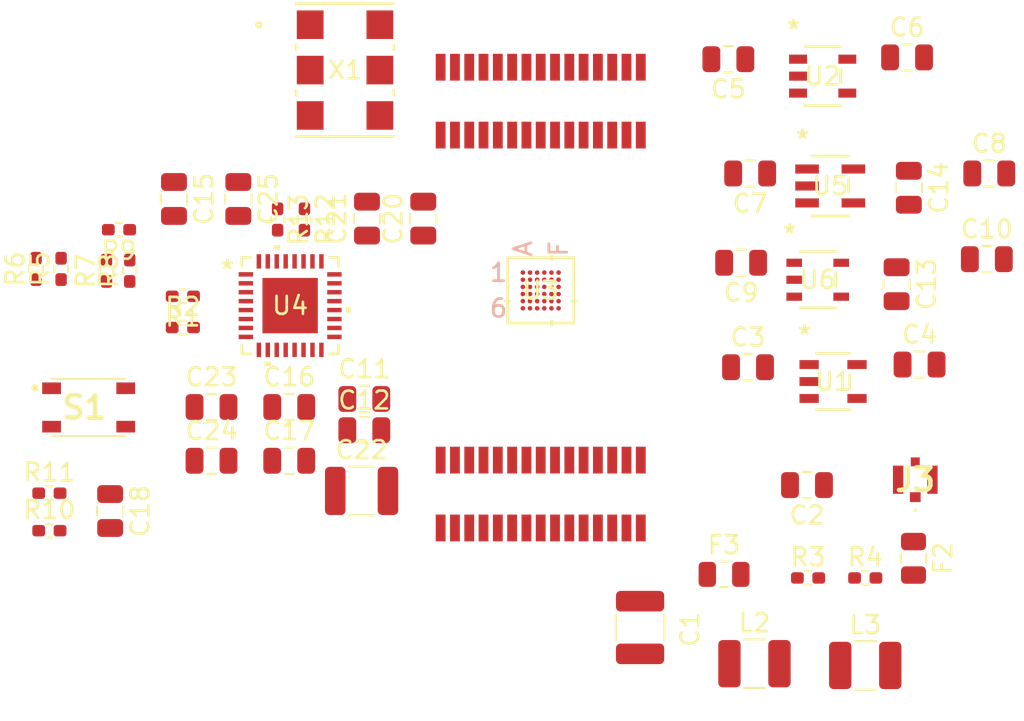
<source format=kicad_pcb>
(kicad_pcb (version 20221018) (generator pcbnew)
  (layers (0 "F.Cu" signal) (31 "B.Cu" signal) (34 "B.Paste" user) (35 "F.Paste" user) (36 "B.SilkS" user "B.Silkscreen") (37 "F.SilkS" user "F.Silkscreen") (38 "B.Mask" user) (39 "F.Mask" user) (44 "Edge.Cuts" user))
  (net 0 "")
  (net 1 "+5VD")
  (net 2 "G")
  (net 3 "Net-(J3-SIGNAL)")
  (net 4 "/DOUT+")
  (net 5 "+5V")
  (net 6 "VDC")
  (net 7 "+1V8")
  (net 8 "+1V2")
  (net 9 "+3.3V")
  (net 10 "Net-(U6-BYP)")
  (net 11 "Net-(C14-Pad2)")
  (net 12 "Net-(U4-PDB)")
  (net 13 "Net-(F2-Pad2)")
  (net 14 "Net-(F3-Pad1)")
  (net 15 "/MODE_1")
  (net 16 "/SER_B7")
  (net 17 "/SER_B5")
  (net 18 "/SER_B4")
  (net 19 "/SER_B6")
  (net 20 "/SER_CLK_1")
  (net 21 "/MODE_0")
  (net 22 "/\\SPI_CS")
  (net 23 "/SPI_DATA")
  (net 24 "/SPI_CLK")
  (net 25 "/PB_0")
  (net 26 "/M0_B")
  (net 27 "/M1_B")
  (net 28 "/PB_1")
  (net 29 "/SER_CLK_0")
  (net 30 "/SER_B1")
  (net 31 "/SER_B3")
  (net 32 "/SCLK")
  (net 33 "/OSC_CLK")
  (net 34 "/SER_B2")
  (net 35 "/SER_B0")
  (net 36 "/\\DAC_CS")
  (net 37 "/DAC_SCK")
  (net 38 "/DAC_SDI")
  (net 39 "Net-(L2-Pad2)")
  (net 40 "Net-(U4-MODE)")
  (net 41 "Net-(U4-ID[X])")
  (net 42 "Net-(U4-SDA)")
  (net 43 "Net-(R7-Pad2)")
  (net 44 "Net-(U4-SCL)")
  (net 48 "/CLK_100")
  (net 50 "/CLK_51_2")
  (net 53 "/CLK_25_6")
  (net 55 "/SDA_SER")
  (net 60 "/SCL_SER")
  (net 66 "GND")
  (net 78 "Net-(U4-DIN[8])")
  (net 79 "Net-(U4-DIN[9])")
  (footprint "Capacitor_SMD:C_1210_3225Metric" (layer "F.Cu") (at 159.86 106.975 -90)
    (fp_text reference "C1" (at 0.1 -2.8 90) (layer "F.SilkS"))
    (fp_text value "47uF")
    (pad "1" smd roundrect (at -1.475 0 270) (size 1.15 2.7) (layers "F.Cu" "F.Paste" "F.Mask") (roundrect_rratio 0.217391) (net 1 "+5VD"))
    (pad "2" smd roundrect (at 1.475 0 270) (size 1.15 2.7) (layers "F.Cu" "F.Paste" "F.Mask") (roundrect_rratio 0.217391) (net 2 "G"))
  )
  (footprint "Capacitor_SMD:C_0805_2012Metric" (layer "F.Cu") (at 144.427402 94.177401)
    (fp_text reference "C11" (at 0 -1.68) (layer "F.SilkS"))
    (fp_text value "1uF")
    (pad "1" smd roundrect (at -0.95 0) (size 1 1.45) (layers "F.Cu" "F.Paste" "F.Mask") (net 7 "+1V8"))
    (pad "2" smd roundrect (at 0.95 0) (size 1 1.45) (layers "F.Cu" "F.Paste" "F.Mask") (net 2 "G"))
  )
  (footprint "Capacitor_SMD:C_0805_2012Metric" (layer "F.Cu") (at 169.2 99 180)
    (fp_text reference "C2" (at 0 -1.68) (layer "F.SilkS"))
    (fp_text value "0.1uF")
    (pad "1" smd roundrect (at -0.95 0 180) (size 1 1.45) (layers "F.Cu" "F.Paste" "F.Mask") (net 3 "Net-(J3-SIGNAL)"))
    (pad "2" smd roundrect (at 0.95 0 180) (size 1 1.45) (layers "F.Cu" "F.Paste" "F.Mask") (net 4 "/DOUT+"))
  )
  (footprint "Fuse:Fuse_0805_2012Metric" (layer "F.Cu") (at 164.56 104)
    (fp_text reference "F3" (at 0 -1.65) (layer "F.SilkS"))
    (fp_text value "1000 ohm")
    (pad "1" smd roundrect (at -0.9375 0) (size 0.975 1.4) (layers "F.Cu" "F.Paste" "F.Mask") (net 14 "Net-(F3-Pad1)"))
    (pad "2" smd roundrect (at 0.9375 0) (size 0.975 1.4) (layers "F.Cu" "F.Paste" "F.Mask") (net 1 "+5VD"))
  )
  (footprint "FDM_footprints:J524653071_Board2Board" (layer "F.Cu") (at 154.3 77.5 -90)
    (fp_text reference "J6" hide)
    (fp_text value "MOLEX-524653071" hide)
    (pad "1" smd rect (at -1.9 -5.6 90) (size 1.5 0.55) (layers "F.Cu" "F.Paste" "F.Mask") (net 2 "G"))
    (pad "2" smd rect (at -1.9 -4.8 90) (size 1.5 0.55) (layers "F.Cu" "F.Paste" "F.Mask"))
    (pad "3" smd rect (at -1.9 -4 90) (size 1.5 0.55) (layers "F.Cu" "F.Paste" "F.Mask"))
    (pad "4" smd rect (at -1.9 -3.2 90) (size 1.5 0.55) (layers "F.Cu" "F.Paste" "F.Mask"))
    (pad "5" smd rect (at -1.9 -2.4 90) (size 1.5 0.55) (layers "F.Cu" "F.Paste" "F.Mask"))
    (pad "6" smd rect (at -1.9 -1.6 90) (size 1.5 0.55) (layers "F.Cu" "F.Paste" "F.Mask"))
    (pad "7" smd rect (at -1.9 -0.8 90) (size 1.5 0.55) (layers "F.Cu" "F.Paste" "F.Mask") (net 2 "G"))
    (pad "8" smd rect (at -1.9 0 90) (size 1.5 0.55) (layers "F.Cu" "F.Paste" "F.Mask") (net 2 "G"))
    (pad "9" smd rect (at -1.9 0.8 90) (size 1.5 0.55) (layers "F.Cu" "F.Paste" "F.Mask"))
    (pad "10" smd rect (at -1.9 1.59999 90) (size 1.5 0.55) (layers "F.Cu" "F.Paste" "F.Mask"))
    (pad "11" smd rect (at -1.9 2.4 90) (size 1.5 0.55) (layers "F.Cu" "F.Paste" "F.Mask"))
    (pad "12" smd rect (at -1.9 3.19999 90) (size 1.5 0.55) (layers "F.Cu" "F.Paste" "F.Mask"))
    (pad "13" smd rect (at -1.9 4 90) (size 1.5 0.55) (layers "F.Cu" "F.Paste" "F.Mask"))
    (pad "14" smd rect (at -1.9 4.8 90) (size 1.5 0.55) (layers "F.Cu" "F.Paste" "F.Mask"))
    (pad "15" smd rect (at -1.9 5.6 90) (size 1.5 0.55) (layers "F.Cu" "F.Paste" "F.Mask") (net 2 "G"))
    (pad "16" smd rect (at 1.9 5.6 90) (size 1.5 0.55) (layers "F.Cu" "F.Paste" "F.Mask") (net 2 "G"))
    (pad "17" smd rect (at 1.9 4.8 90) (size 1.5 0.55) (layers "F.Cu" "F.Paste" "F.Mask") (net 15 "/MODE_1"))
    (pad "18" smd rect (at 1.9 4 90) (size 1.5 0.55) (layers "F.Cu" "F.Paste" "F.Mask") (net 16 "/SER_B7"))
    (pad "19" smd rect (at 1.9 3.19999 90) (size 1.5 0.55) (layers "F.Cu" "F.Paste" "F.Mask") (net 17 "/SER_B5"))
    (pad "20" smd rect (at 1.9 2.4 90) (size 1.5 0.55) (layers "F.Cu" "F.Paste" "F.Mask") (net 18 "/SER_B4"))
    (pad "21" smd rect (at 1.9 1.59999 90) (size 1.5 0.55) (layers "F.Cu" "F.Paste" "F.Mask") (net 19 "/SER_B6"))
    (pad "22" smd rect (at 1.9 0.8 90) (size 1.5 0.55) (layers "F.Cu" "F.Paste" "F.Mask") (net 20 "/SER_CLK_1"))
    (pad "23" smd rect (at 1.9 0 90) (size 1.5 0.55) (layers "F.Cu" "F.Paste" "F.Mask") (net 2 "G"))
    (pad "24" smd rect (at 1.9 -0.8 90) (size 1.5 0.55) (layers "F.Cu" "F.Paste" "F.Mask") (net 2 "G"))
    (pad "25" smd rect (at 1.9 -1.6 90) (size 1.5 0.55) (layers "F.Cu" "F.Paste" "F.Mask") (net 21 "/MODE_0"))
    (pad "26" smd rect (at 1.9 -2.4 90) (size 1.5 0.55) (layers "F.Cu" "F.Paste" "F.Mask") (net 22 "/\\SPI_CS"))
    (pad "27" smd rect (at 1.9 -3.2 90) (size 1.5 0.55) (layers "F.Cu" "F.Paste" "F.Mask") (net 2 "G"))
    (pad "28" smd rect (at 1.9 -4 90) (size 1.5 0.55) (layers "F.Cu" "F.Paste" "F.Mask") (net 23 "/SPI_DATA"))
    (pad "29" smd rect (at 1.9 -4.8 90) (size 1.5 0.55) (layers "F.Cu" "F.Paste" "F.Mask") (net 24 "/SPI_CLK"))
    (pad "30" smd rect (at 1.9 -5.6 90) (size 1.5 0.55) (layers "F.Cu" "F.Paste" "F.Mask") (net 2 "G"))
  )
  (footprint "Resistor_SMD:R_0402_1005Metric_Pad0.72x0.64mm_HandSolder" (layer "F.Cu") (at 139.577402 84.127401 -90)
    (fp_text reference "R13" (at 0 -1.17 90) (layer "F.SilkS"))
    (fp_text value "0")
    (pad "1" smd roundrect (at -0.5975 0 270) (size 0.715 0.64) (layers "F.Cu" "F.Paste" "F.Mask") (net 29 "/SER_CLK_0"))
    (pad "2" smd roundrect (at 0.5975 0 270) (size 0.715 0.64) (layers "F.Cu" "F.Paste" "F.Mask") (net 79 "Net-(U4-DIN[9])"))
  )
  (footprint "Capacitor_SMD:C_0805_2012Metric" (layer "F.Cu") (at 174.21445 87.750001 -90)
    (fp_text reference "C13" (at 0 -1.68 90) (layer "F.SilkS"))
    (fp_text value "0.01uF")
    (pad "1" smd roundrect (at -0.95 0 270) (size 1 1.45) (layers "F.Cu" "F.Paste" "F.Mask") (net 9 "+3.3V"))
    (pad "2" smd roundrect (at 0.95 0 270) (size 1 1.45) (layers "F.Cu" "F.Paste" "F.Mask") (net 10 "Net-(U6-BYP)"))
  )
  (footprint "Capacitor_SMD:C_0805_2012Metric" (layer "F.Cu") (at 147.727402 84.077401 90)
    (fp_text reference "C20" (at 0 -1.68 90) (layer "F.SilkS"))
    (fp_text value "1uF")
    (pad "1" smd roundrect (at -0.95 0 90) (size 1 1.45) (layers "F.Cu" "F.Paste" "F.Mask") (net 7 "+1V8"))
    (pad "2" smd roundrect (at 0.95 0 90) (size 1 1.45) (layers "F.Cu" "F.Paste" "F.Mask") (net 2 "G"))
  )
  (footprint "llibreria_ser:EG-2121CA_EPS" (layer "F.Cu") (at 143.350001 75.76)
    (fp_text reference "X1" (at 0 0 unlocked) (layer "F.SilkS"))
    (fp_text value "EG-2102CA 100.0000M-PHPAL3")
    (pad "1" smd rect (at -1.950001 -2.54) (size 1.4986 1.6002) (layers "F.Cu" "F.Paste" "F.Mask") (net 9 "+3.3V"))
    (pad "2" smd rect (at -1.950001 0) (size 1.4986 1.6002) (layers "F.Cu" "F.Paste" "F.Mask"))
    (pad "3" smd rect (at -1.950001 2.54) (size 1.4986 1.6002) (layers "F.Cu" "F.Paste" "F.Mask") (net 2 "G"))
    (pad "4" smd rect (at 1.950001 2.54) (size 1.4986 1.6002) (layers "F.Cu" "F.Paste" "F.Mask") (net 48 "/CLK_100"))
    (pad "5" smd rect (at 1.950001 0) (size 1.4986 1.6002) (layers "F.Cu" "F.Paste" "F.Mask"))
    (pad "6" smd rect (at 1.950001 -2.54) (size 1.4986 1.6002) (layers "F.Cu" "F.Paste" "F.Mask") (net 9 "+3.3V"))
  )
  (footprint "Capacitor_SMD:C_0805_2012Metric" (layer "F.Cu") (at 144.577402 84.077401 90)
    (fp_text reference "C21" (at 0 -1.68 90) (layer "F.SilkS"))
    (fp_text value "0.1uF")
    (pad "1" smd roundrect (at -0.95 0 90) (size 1 1.45) (layers "F.Cu" "F.Paste" "F.Mask") (net 7 "+1V8"))
    (pad "2" smd roundrect (at 0.95 0 90) (size 1 1.45) (layers "F.Cu" "F.Paste" "F.Mask") (net 2 "G"))
  )
  (footprint "Resistor_SMD:R_0402_1005Metric_Pad0.72x0.64mm_HandSolder" (layer "F.Cu") (at 134.274902 90.177401)
    (fp_text reference "R2" (at 0 -1.17) (layer "F.SilkS"))
    (fp_text value "100k")
    (pad "1" smd roundrect (at -0.5975 0) (size 0.715 0.64) (layers "F.Cu" "F.Paste" "F.Mask") (net 2 "G"))
    (pad "2" smd roundrect (at 0.5975 0) (size 0.715 0.64) (layers "F.Cu" "F.Paste" "F.Mask") (net 40 "Net-(U4-MODE)"))
  )
  (footprint "llibreria_ser:SOT-23-5_MC_MCH" (layer "F.Cu") (at 170.5 82.25)
    (fp_text reference "U5" (at 0 0 unlocked) (layer "F.SilkS"))
    (fp_text value "TC2015-1.8VCTTR")
    (fp_text user "*" (at -1.5494 -2.601) (layer "F.SilkS"))
    (fp_text user "*" (at -1.5494 -2.601 unlocked) (layer "F.SilkS"))
    (pad "1" smd rect (at -1.2954 -0.950001) (size 1.3208 0.508) (layers "F.Cu" "F.Paste" "F.Mask") (net 9 "+3.3V"))
    (pad "2" smd rect (at -1.2954 0) (size 1.3208 0.508) (layers "F.Cu" "F.Paste" "F.Mask") (net 2 "G"))
    (pad "3" smd rect (at -1.2954 0.950001) (size 1.3208 0.508) (layers "F.Cu" "F.Paste" "F.Mask") (net 9 "+3.3V"))
    (pad "4" smd rect (at 1.2954 0.950001) (size 1.3208 0.508) (layers "F.Cu" "F.Paste" "F.Mask") (net 11 "Net-(C14-Pad2)"))
    (pad "5" smd rect (at 1.2954 -0.950001) (size 1.3208 0.508) (layers "F.Cu" "F.Paste" "F.Mask") (net 7 "+1V8"))
  )
  (footprint "Resistor_SMD:R_0402_1005Metric_Pad0.72x0.64mm_HandSolder" (layer "F.Cu") (at 130 86.9975 90)
    (fp_text reference "R7" (at 0 -1.17 90) (layer "F.SilkS"))
    (fp_text value "4.7k")
    (pad "1" smd roundrect (at -0.5975 0 90) (size 0.715 0.64) (layers "F.Cu" "F.Paste" "F.Mask") (net 42 "Net-(U4-SDA)"))
    (pad "2" smd roundrect (at 0.5975 0 90) (size 0.715 0.64) (layers "F.Cu" "F.Paste" "F.Mask") (net 43 "Net-(R7-Pad2)"))
  )
  (footprint "Capacitor_SMD:C_0805_2012Metric" (layer "F.Cu") (at 174.9 82.35 -90)
    (fp_text reference "C14" (at 0 -1.68 90) (layer "F.SilkS"))
    (fp_text value "0.01uF")
    (pad "1" smd roundrect (at -0.95 0 270) (size 1 1.45) (layers "F.Cu" "F.Paste" "F.Mask") (net 7 "+1V8"))
    (pad "2" smd roundrect (at 0.95 0 270) (size 1 1.45) (layers "F.Cu" "F.Paste" "F.Mask") (net 11 "Net-(C14-Pad2)"))
  )
  (footprint "llibreria_ser:VBGA&slash_WLCSP36_A0p54_INT" (layer "F.Cu") (at 154.3 88.1)
    (fp_text reference "U3" (at 0 0 unlocked) (layer "F.SilkS"))
    (fp_text value "10M02DCV36I7G")
    (fp_text user "F" (at 1 -2.3368 90 unlocked) (layer "B.SilkS"))
    (fp_text user "1" (at -2.3622 -1 unlocked) (layer "B.SilkS"))
    (fp_text user "6" (at -2.3622 1 unlocked) (layer "B.SilkS"))
    (fp_text user "A" (at -1 -2.3368 90 unlocked) (layer "B.SilkS"))
    (fp_text user "A" (at -1 -2.3368 90 unlocked) (layer "F.SilkS"))
    (fp_text user "6" (at -2.3622 1 unlocked) (layer "F.SilkS"))
    (fp_text user "F" (at 1 -2.3368 90 unlocked) (layer "F.SilkS"))
    (fp_text user "1" (at -2.3622 -1 unlocked) (layer "F.SilkS"))
    (pad "A1" smd circle (at -1 -1) (size 0.254 0.254) (layers "F.Cu" "F.Paste" "F.Mask"))
    (pad "A2" smd circle (at -1 -0.6) (size 0.254 0.254) (layers "F.Cu" "F.Paste" "F.Mask") (net 21 "/MODE_0"))
    (pad "A3" smd circle (at -1 -0.2) (size 0.254 0.254) (layers "F.Cu" "F.Paste" "F.Mask") (net 15 "/MODE_1"))
    (pad "A4" smd circle (at -1 0.2) (size 0.254 0.254) (layers "F.Cu" "F.Paste" "F.Mask"))
    (pad "A5" smd circle (at -1 0.6) (size 0.254 0.254) (layers "F.Cu" "F.Paste" "F.Mask") (net 27 "/M1_B"))
    (pad "A6" smd circle (at -1 1) (size 0.254 0.254) (layers "F.Cu" "F.Paste" "F.Mask"))
    (pad "B1" smd circle (at -0.6 -1) (size 0.254 0.254) (layers "F.Cu" "F.Paste" "F.Mask") (net 8 "+1V2"))
    (pad "B2" smd circle (at -0.6 -0.6) (size 0.254 0.254) (layers "F.Cu" "F.Paste" "F.Mask") (net 26 "/M0_B"))
    (pad "B3" smd circle (at -0.6 -0.2) (size 0.254 0.254) (layers "F.Cu" "F.Paste" "F.Mask") (net 2 "G"))
    (pad "B4" smd circle (at -0.6 0.2) (size 0.254 0.254) (layers "F.Cu" "F.Paste" "F.Mask") (net 24 "/SPI_CLK"))
    (pad "B5" smd circle (at -0.6 0.6) (size 0.254 0.254) (layers "F.Cu" "F.Paste" "F.Mask") (net 23 "/SPI_DATA"))
    (pad "B6" smd circle (at -0.6 1) (size 0.254 0.254) (layers "F.Cu" "F.Paste" "F.Mask") (net 22 "/\\SPI_CS"))
    (pad "C1" smd circle (at -0.2 -1) (size 0.254 0.254) (layers "F.Cu" "F.Paste" "F.Mask") (net 37 "/DAC_SCK"))
    (pad "C2" smd circle (at -0.2 -0.6) (size 0.254 0.254) (layers "F.Cu" "F.Paste" "F.Mask") (net 38 "/DAC_SDI"))
    (pad "C3" smd circle (at -0.2 -0.2) (size 0.254 0.254) (layers "F.Cu" "F.Paste" "F.Mask") (net 36 "/\\DAC_CS"))
    (pad "C4" smd circle (at -0.2 0.2) (size 0.254 0.254) (layers "F.Cu" "F.Paste" "F.Mask"))
    (pad "C5" smd circle (at -0.2 0.6) (size 0.254 0.254) (layers "F.Cu" "F.Paste" "F.Mask") (net 25 "/PB_0"))
    (pad "C6" smd circle (at -0.2 1) (size 0.254 0.254) (layers "F.Cu" "F.Paste" "F.Mask") (net 28 "/PB_1"))
    (pad "D1" smd circle (at 0.2 -1) (size 0.254 0.254) (layers "F.Cu" "F.Paste" "F.Mask") (net 48 "/CLK_100"))
    (pad "D2" smd circle (at 0.2 -0.6) (size 0.254 0.254) (layers "F.Cu" "F.Paste" "F.Mask") (net 50 "/CLK_51_2"))
    (pad "D3" smd circle (at 0.2 -0.2) (size 0.254 0.254) (layers "F.Cu" "F.Paste" "F.Mask") (net 53 "/CLK_25_6"))
    (pad "D4" smd circle (at 0.2 0.2) (size 0.254 0.254) (layers "F.Cu" "F.Paste" "F.Mask"))
    (pad "D5" smd circle (at 0.2 0.6) (size 0.254 0.254) (layers "F.Cu" "F.Paste" "F.Mask"))
    (pad "D6" smd circle (at 0.2 1) (size 0.254 0.254) (layers "F.Cu" "F.Paste" "F.Mask"))
    (pad "E1" smd circle (at 0.6 -1) (size 0.254 0.254) (layers "F.Cu" "F.Paste" "F.Mask"))
    (pad "E2" smd circle (at 0.6 -0.6) (size 0.254 0.254) (layers "F.Cu" "F.Paste" "F.Mask"))
    (pad "E3" smd circle (at 0.6 -0.2) (size 0.254 0.254) (layers "F.Cu" "F.Paste" "F.Mask"))
    (pad "E4" smd circle (at 0.6 0.2) (size 0.254 0.254) (layers "F.Cu" "F.Paste" "F.Mask"))
    (pad "E5" smd circle (at 0.6 0.6) (size 0.254 0.254) (layers "F.Cu" "F.Paste" "F.Mask"))
    (pad "E6" smd circle (at 0.6 1) (size 0.254 0.254) (layers "F.Cu" "F.Paste" "F.Mask"))
    (pad "F1" smd circle (at 1 -1) (size 0.254 0.254) (layers "F.Cu" "F.Paste" "F.Mask") (net 2 "G"))
    (pad "F2" smd circle (at 1 -0.6) (size 0.254 0.254) (layers "F.Cu" "F.Paste" "F.Mask"))
    (pad "F3" smd circle (at 1 -0.2) (size 0.254 0.254) (layers "F.Cu" "F.Paste" "F.Mask") (net 55 "/SDA_SER"))
    (pad "F4" smd circle (at 1 0.2) (size 0.254 0.254) (layers "F.Cu" "F.Paste" "F.Mask") (net 60 "/SCL_SER"))
    (pad "F5" smd circle (at 1 0.6) (size 0.254 0.254) (layers "F.Cu" "F.Paste" "F.Mask") (net 8 "+1V2"))
    (pad "F6" smd circle (at 1 1) (size 0.254 0.254) (layers "F.Cu" "F.Paste" "F.Mask") (net 66 "GND"))
  )
  (footprint "Capacitor_SMD:C_0805_2012Metric" (layer "F.Cu") (at 179.26445 86.350001)
    (fp_text reference "C10" (at 0 -1.68) (layer "F.SilkS"))
    (fp_text value "10uF")
    (pad "1" smd roundrect (at -0.95 0) (size 1 1.45) (layers "F.Cu" "F.Paste" "F.Mask") (net 9 "+3.3V"))
    (pad "2" smd roundrect (at 0.95 0) (size 1 1.45) (layers "F.Cu" "F.Paste" "F.Mask") (net 2 "G"))
  )
  (footprint "Capacitor_SMD:C_0805_2012Metric" (layer "F.Cu") (at 174.8 75.05)
    (fp_text reference "C6" (at 0 -1.68) (layer "F.SilkS"))
    (fp_text value "1uF")
    (pad "1" smd roundrect (at -0.95 0) (size 1 1.45) (layers "F.Cu" "F.Paste" "F.Mask") (net 8 "+1V2"))
    (pad "2" smd roundrect (at 0.95 0) (size 1 1.45) (layers "F.Cu" "F.Paste" "F.Mask") (net 2 "G"))
  )
  (footprint "llibreria_ser:05-08-1635_ADI" (layer "F.Cu") (at 169.8 87.5)
    (fp_text reference "U6" (at 0 0 unlocked) (layer "F.SilkS"))
    (fp_text value "LT1761ES5-3.3-TRPBF")
    (fp_text user "*" (at -1.56845 -2.5502) (layer "F.SilkS"))
    (fp_text user "*" (at -1.56845 -2.5502 unlocked) (layer "F.SilkS"))
    (pad "1" smd rect (at -1.31445 -0.950001) (size 0.8763 0.4572) (layers "F.Cu" "F.Paste" "F.Mask") (net 6 "VDC"))
    (pad "2" smd rect (at -1.31445 0) (size 0.8763 0.4572) (layers "F.Cu" "F.Paste" "F.Mask") (net 2 "G"))
    (pad "3" smd rect (at -1.31445 0.950001) (size 0.8763 0.4572) (layers "F.Cu" "F.Paste" "F.Mask") (net 6 "VDC"))
    (pad "4" smd rect (at 1.31445 0.950001) (size 0.8763 0.4572) (layers "F.Cu" "F.Paste" "F.Mask") (net 10 "Net-(U6-BYP)"))
    (pad "5" smd rect (at 1.31445 -0.950001) (size 0.8763 0.4572) (layers "F.Cu" "F.Paste" "F.Mask") (net 9 "+3.3V"))
  )
  (footprint "Capacitor_SMD:C_0805_2012Metric" (layer "F.Cu") (at 179.4 81.55)
    (fp_text reference "C8" (at 0 -1.68) (layer "F.SilkS"))
    (fp_text value "10uF")
    (pad "1" smd roundrect (at -0.95 0) (size 1 1.45) (layers "F.Cu" "F.Paste" "F.Mask") (net 7 "+1V8"))
    (pad "2" smd roundrect (at 0.95 0) (size 1 1.45) (layers "F.Cu" "F.Paste" "F.Mask") (net 2 "G"))
  )
  (footprint "Resistor_SMD:R_0402_1005Metric_Pad0.72x0.64mm_HandSolder" (layer "F.Cu") (at 127.46 86.895 90)
    (fp_text reference "R5" (at 0 -1.17 90) (layer "F.SilkS"))
    (fp_text value "10k")
    (pad "1" smd roundrect (at -0.5975 0 90) (size 0.715 0.64) (layers "F.Cu" "F.Paste" "F.Mask") (net 41 "Net-(U4-ID[X])"))
    (pad "2" smd roundrect (at 0.5975 0 90) (size 0.715 0.64) (layers "F.Cu" "F.Paste" "F.Mask") (net 7 "+1V8"))
  )
  (footprint "Capacitor_SMD:C_0805_2012Metric" (layer "F.Cu") (at 140.227402 94.627401)
    (fp_text reference "C16" (at 0 -1.68) (layer "F.SilkS"))
    (fp_text value "1uF")
    (pad "1" smd roundrect (at -0.95 0) (size 1 1.45) (layers "F.Cu" "F.Paste" "F.Mask") (net 7 "+1V8"))
    (pad "2" smd roundrect (at 0.95 0) (size 1 1.45) (layers "F.Cu" "F.Paste" "F.Mask") (net 2 "G"))
  )
  (footprint "Resistor_SMD:R_0402_1005Metric_Pad0.72x0.64mm_HandSolder" (layer "F.Cu") (at 126.804902 99.452401)
    (fp_text reference "R11" (at 0 -1.17) (layer "F.SilkS"))
    (fp_text value "10k")
    (pad "1" smd roundrect (at -0.5975 0) (size 0.715 0.64) (layers "F.Cu" "F.Paste" "F.Mask") (net 9 "+3.3V"))
    (pad "2" smd roundrect (at 0.5975 0) (size 0.715 0.64) (layers "F.Cu" "F.Paste" "F.Mask") (net 12 "Net-(U4-PDB)"))
  )
  (footprint "Capacitor_SMD:C_0805_2012Metric" (layer "F.Cu") (at 130.204902 100.452401 -90)
    (fp_text reference "C18" (at 0 -1.68 90) (layer "F.SilkS"))
    (fp_text value "10uF")
    (pad "1" smd roundrect (at -0.95 0 270) (size 1 1.45) (layers "F.Cu" "F.Paste" "F.Mask") (net 12 "Net-(U4-PDB)"))
    (pad "2" smd roundrect (at 0.95 0 270) (size 1 1.45) (layers "F.Cu" "F.Paste" "F.Mask") (net 2 "G"))
  )
  (footprint "Resistor_SMD:R_0402_1005Metric_Pad0.72x0.64mm_HandSolder" (layer "F.Cu") (at 130.7 84.6975 180)
    (fp_text reference "R9" (at 0 -1.17) (layer "F.SilkS"))
    (fp_text value "0")
    (pad "1" smd roundrect (at -0.5975 0 180) (size 0.715 0.64) (layers "F.Cu" "F.Paste" "F.Mask") (net 9 "+3.3V"))
    (pad "2" smd roundrect (at 0.5975 0 180) (size 0.715 0.64) (layers "F.Cu" "F.Paste" "F.Mask") (net 43 "Net-(R7-Pad2)"))
  )
  (footprint "Resistor_SMD:R_0402_1005Metric_Pad0.72x0.64mm_HandSolder" (layer "F.Cu") (at 141.077402 84.127401 -90)
    (fp_text reference "R12" (at 0 -1.17 90) (layer "F.SilkS"))
    (fp_text value "0")
    (pad "1" smd roundrect (at -0.5975 0 270) (size 0.715 0.64) (layers "F.Cu" "F.Paste" "F.Mask") (net 20 "/SER_CLK_1"))
    (pad "2" smd roundrect (at 0.5975 0 270) (size 0.715 0.64) (layers "F.Cu" "F.Paste" "F.Mask") (net 78 "Net-(U4-DIN[8])"))
  )
  (footprint "Capacitor_SMD:C_0805_2012Metric" (layer "F.Cu") (at 165.51445 86.550001 180)
    (fp_text reference "C9" (at 0 -1.68) (layer "F.SilkS"))
    (fp_text value "1uF")
    (pad "1" smd roundrect (at -0.95 0 180) (size 1 1.45) (layers "F.Cu" "F.Paste" "F.Mask") (net 6 "VDC"))
    (pad "2" smd roundrect (at 0.95 0 180) (size 1 1.45) (layers "F.Cu" "F.Paste" "F.Mask") (net 2 "G"))
  )
  (footprint "Resistor_SMD:R_0402_1005Metric_Pad0.72x0.64mm_HandSolder" (layer "F.Cu") (at 169.26 104.2)
    (fp_text reference "R3" (at 0 -1.17) (layer "F.SilkS"))
    (fp_text value "1k")
    (pad "1" smd roundrect (at -0.5975 0) (size 0.715 0.64) (layers "F.Cu" "F.Paste" "F.Mask") (net 14 "Net-(F3-Pad1)"))
    (pad "2" smd roundrect (at 0.5975 0) (size 0.715 0.64) (layers "F.Cu" "F.Paste" "F.Mask") (net 39 "Net-(L2-Pad2)"))
  )
  (footprint "llibreria_ser:PTS810SJG250SMTRLFS" (layer "F.Cu") (at 129.002402 94.652401)
    (fp_text reference "S1" (at -0.25 0) (layer "F.SilkS") (effects (font (size 1.27 1.27) (thickness 0.254))))
    (fp_text value "PTS810SJM250SMTRLFS" hide)
    (pad "1" smd rect (at -2.075 -1.075 90) (size 0.65 1.05) (layers "F.Cu" "F.Paste" "F.Mask") (net 2 "G"))
    (pad "2" smd rect (at 2.075 -1.075 90) (size 0.65 1.05) (layers "F.Cu" "F.Paste" "F.Mask") (net 12 "Net-(U4-PDB)"))
    (pad "3" smd rect (at -2.075 1.075 90) (size 0.65 1.05) (layers "F.Cu" "F.Paste" "F.Mask") (net 2 "G"))
    (pad "4" smd rect (at 2.075 1.075 90) (size 0.65 1.05) (layers "F.Cu" "F.Paste" "F.Mask") (net 12 "Net-(U4-PDB)"))
  )
  (footprint "Capacitor_SMD:C_0805_2012Metric" (layer "F.Cu") (at 140.227402 97.637401)
    (fp_text reference "C17" (at 0 -1.68) (layer "F.SilkS"))
    (fp_text value "0.1uF")
    (pad "1" smd roundrect (at -0.95 0) (size 1 1.45) (layers "F.Cu" "F.Paste" "F.Mask") (net 7 "+1V8"))
    (pad "2" smd roundrect (at 0.95 0) (size 1 1.45) (layers "F.Cu" "F.Paste" "F.Mask") (net 2 "G"))
  )
  (footprint "Inductor_SMD:L_1210_3225Metric" (layer "F.Cu") (at 166.26 109)
    (fp_text reference "L2" (at 0 -2.28) (layer "F.SilkS"))
    (fp_text value "0.1 uF")
    (pad "1" smd roundrect (at -1.4 0) (size 1.25 2.65) (layers "F.Cu" "F.Paste" "F.Mask") (roundrect_rratio 0.2) (net 14 "Net-(F3-Pad1)"))
    (pad "2" smd roundrect (at 1.4 0) (size 1.25 2.65) (layers "F.Cu" "F.Paste" "F.Mask") (roundrect_rratio 0.2) (net 39 "Net-(L2-Pad2)"))
  )
  (footprint "Resistor_SMD:R_0402_1005Metric_Pad0.72x0.64mm_HandSolder" (layer "F.Cu") (at 131.3 86.9975 90)
    (fp_text reference "R8" (at 0 -1.17 90) (layer "F.SilkS"))
    (fp_text value "4.7k")
    (pad "1" smd roundrect (at -0.5975 0 90) (size 0.715 0.64) (layers "F.Cu" "F.Paste" "F.Mask") (net 44 "Net-(U4-SCL)"))
    (pad "2" smd roundrect (at 0.5975 0 90) (size 0.715 0.64) (layers "F.Cu" "F.Paste" "F.Mask") (net 43 "Net-(R7-Pad2)"))
  )
  (footprint "llibreria_ser:RTV32_3P1X3P1_TEX" (layer "F.Cu") (at 140.277402 88.949999)
    (fp_text reference "U4" (at 0 0 unlocked) (layer "F.SilkS"))
    (fp_text value "DS90UB913ATRTVJQ1")
    (fp_text user "*" (at -3.514801 -2) (layer "F.SilkS"))
    (fp_text user "*" (at -3.514801 -2 unlocked) (layer "F.SilkS"))
    (pad "1" smd rect (at -2.477402 -1.749999 90) (size 0.2492 0.8048) (layers "F.Cu" "F.Paste" "F.Mask"))
    (pad "2" smd rect (at -2.477402 -1.25 90) (size 0.2492 0.8048) (layers "F.Cu" "F.Paste" "F.Mask"))
    (pad "3" smd rect (at -2.477402 -0.750001 90) (size 0.2492 0.8048) (layers "F.Cu" "F.Paste" "F.Mask") (net 50 "/CLK_51_2"))
    (pad "4" smd rect (at -2.477402 -0.25 90) (size 0.2492 0.8048) (layers "F.Cu" "F.Paste" "F.Mask") (net 44 "Net-(U4-SCL)"))
    (pad "5" smd rect (at -2.477402 0.25 90) (size 0.2492 0.8048) (layers "F.Cu" "F.Paste" "F.Mask") (net 42 "Net-(U4-SDA)"))
    (pad "6" smd rect (at -2.477402 0.750001 90) (size 0.2492 0.8048) (layers "F.Cu" "F.Paste" "F.Mask") (net 41 "Net-(U4-ID[X])"))
    (pad "7" smd rect (at -2.477402 1.25 90) (size 0.2492 0.8048) (layers "F.Cu" "F.Paste" "F.Mask") (net 2 "G"))
    (pad "8" smd rect (at -2.477402 1.749999 90) (size 0.2492 0.8048) (layers "F.Cu" "F.Paste" "F.Mask") (net 40 "Net-(U4-MODE)"))
    (pad "9" smd rect (at -1.749999 2.477402) (size 0.2492 0.8048) (layers "F.Cu" "F.Paste" "F.Mask") (net 12 "Net-(U4-PDB)"))
    (pad "10" smd rect (at -1.25 2.477402) (size 0.2492 0.8048) (layers "F.Cu" "F.Paste" "F.Mask") (net 7 "+1V8"))
    (pad "11" smd rect (at -0.750001 2.477402) (size 0.2492 0.8048) (layers "F.Cu" "F.Paste" "F.Mask") (net 7 "+1V8"))
    (pad "12" smd rect (at -0.25 2.477402) (size 0.2492 0.8048) (layers "F.Cu" "F.Paste" "F.Mask"))
    (pad "13" smd rect (at 0.25 2.477402) (size 0.2492 0.8048) (layers "F.Cu" "F.Paste" "F.Mask") (net 4 "/DOUT+"))
    (pad "14" smd rect (at 0.750001 2.477402) (size 0.2492 0.8048) (layers "F.Cu" "F.Paste" "F.Mask") (net 7 "+1V8"))
    (pad "15" smd rect (at 1.25 2.477402) (size 0.2492 0.8048) (layers "F.Cu" "F.Paste" "F.Mask"))
    (pad "16" smd rect (at 1.749999 2.477402) (size 0.2492 0.8048) (layers "F.Cu" "F.Paste" "F.Mask"))
    (pad "17" smd rect (at 2.477402 1.749999 90) (size 0.2492 0.8048) (layers "F.Cu" "F.Paste" "F.Mask"))
    (pad "18" smd rect (at 2.477402 1.25 90) (size 0.2492 0.8048) (layers "F.Cu" "F.Paste" "F.Mask"))
    (pad "19" smd rect (at 2.477402 0.750001 90) (size 0.2492 0.8048) (layers "F.Cu" "F.Paste" "F.Mask") (net 35 "/SER_B0"))
    (pad "20" smd rect (at 2.477402 0.25 90) (size 0.2492 0.8048) (layers "F.Cu" "F.Paste" "F.Mask") (net 30 "/SER_B1"))
    (pad "21" smd rect (at 2.477402 -0.25 90) (size 0.2492 0.8048) (layers "F.Cu" "F.Paste" "F.Mask") (net 34 "/SER_B2"))
    (pad "22" smd rect (at 2.477402 -0.750001 90) (size 0.2492 0.8048) (layers "F.Cu" "F.Paste" "F.Mask") (net 31 "/SER_B3"))
    (pad "23" smd rect (at 2.477402 -1.25 90) (size 0.2492 0.8048) (layers "F.Cu" "F.Paste" "F.Mask") (net 18 "/SER_B4"))
    (pad "24" smd rect (at 2.477402 -1.749999 90) (size 0.2492 0.8048) (layers "F.Cu" "F.Paste" "F.Mask") (net 17 "/SER_B5"))
    (pad "25" smd rect (at 1.749999 -2.477402) (size 0.2492 0.8048) (layers "F.Cu" "F.Paste" "F.Mask") (net 7 "+1V8"))
    (pad "26" smd rect (at 1.25 -2.477402) (size 0.2492 0.8048) (layers "F.Cu" "F.Paste" "F.Mask") (net 19 "/SER_B6"))
    (pad "27" smd rect (at 0.750001 -2.477402) (size 0.2492 0.8048) (layers "F.Cu" "F.Paste" "F.Mask") (net 16 "/SER_B7"))
    (pad "28" smd rect (at 0.25 -2.477402) (size 0.2492 0.8048) (layers "F.Cu" "F.Paste" "F.Mask") (net 7 "+1V8"))
    (pad "29" smd rect (at -0.25 -2.477402) (size 0.2492 0.8048) (layers "F.Cu" "F.Paste" "F.Mask") (net 78 "Net-(U4-DIN[8])"))
    (pad "30" smd rect (at -0.750001 -2.477402) (size 0.2492 0.8048) (layers "F.Cu" "F.Paste" "F.Mask") (net 79 "Net-(U4-DIN[9])"))
    (pad "31" smd rect (at -1.25 -2.477402) (size 0.2492 0.8048) (layers "F.Cu" "F.Paste" "F.Mask"))
    (pad "32" smd rect (at -1.749999 -2.477402) (size 0.2492 0.8048) (layers "F.Cu" "F.Paste" "F.Mask"))
    (pad "33" smd rect (at 0 0) (size 3.099999 3.099999) (layers "F.Cu" "F.Paste" "F.Mask") (net 2 "G"))
  )
  (footprint "llibreria_ser:CONMHF4SMDGT" (layer "F.Cu") (at 175.26 98.7)
    (fp_text reference "J3" (at 0 0) (layer "F.SilkS") (effects (font (size 1.27 1.27) (thickness 0.254))))
    (fp_text value "CONMHF4-SMD-G-T" hide)
    (pad "1" smd rect (at 0 0.975 90) (size 0.55 0.6) (layers "F.Cu" "F.Paste" "F.Mask") (net 3 "Net-(J3-SIGNAL)"))
    (pad "2" smd rect (at 0.96 0) (size 0.58 1.58) (layers "F.Cu" "F.Paste" "F.Mask") (net 2 "G"))
    (pad "3" smd rect (at 0 -1) (size 0.5 0.5) (layers "F.Cu" "F.Paste" "F.Mask") (net 2 "G"))
    (pad "4" smd rect (at -0.96 0) (size 0.58 1.58) (layers "F.Cu" "F.Paste" "F.Mask") (net 2 "G"))
  )
  (footprint "Capacitor_SMD:C_0805_2012Metric" (layer "F.Cu") (at 135.877402 97.637401)
    (fp_text reference "C24" (at 0 -1.68) (layer "F.SilkS"))
    (fp_text value "0.1uF")
    (pad "1" smd roundrect (at -0.95 0) (size 1 1.45) (layers "F.Cu" "F.Paste" "F.Mask") (net 7 "+1V8"))
    (pad "2" smd roundrect (at 0.95 0) (size 1 1.45) (layers "F.Cu" "F.Paste" "F.Mask") (net 2 "G"))
  )
  (footprint "Resistor_SMD:R_0402_1005Metric_Pad0.72x0.64mm_HandSolder" (layer "F.Cu") (at 172.46 104.2)
    (fp_text reference "R4" (at 0 -1.17) (layer "F.SilkS"))
    (fp_text value "1k")
    (pad "1" smd roundrect (at -0.5975 0) (size 0.715 0.64) (layers "F.Cu" "F.Paste" "F.Mask") (net 39 "Net-(L2-Pad2)"))
    (pad "2" smd roundrect (at 0.5975 0) (size 0.715 0.64) (layers "F.Cu" "F.Paste" "F.Mask") (net 13 "Net-(F2-Pad2)"))
  )
  (footprint "Resistor_SMD:R_0402_1005Metric_Pad0.72x0.64mm_HandSolder" (layer "F.Cu") (at 134.274902 88.427401 180)
    (fp_text reference "R1" (at 0 -1.17) (layer "F.SilkS"))
    (fp_text value "10k")
    (pad "1" smd roundrect (at -0.5975 0 180) (size 0.715 0.64) (layers "F.Cu" "F.Paste" "F.Mask") (net 40 "Net-(U4-MODE)"))
    (pad "2" smd roundrect (at 0.5975 0 180) (size 0.715 0.64) (layers "F.Cu" "F.Paste" "F.Mask") (net 7 "+1V8"))
  )
  (footprint "Fuse:Fuse_0805_2012Metric" (layer "F.Cu") (at 175.16 103.1 -90)
    (fp_text reference "F2" (at 0 -1.65 90) (layer "F.SilkS"))
    (fp_text value "1000 ohm")
    (pad "1" smd roundrect (at -0.9375 0 270) (size 0.975 1.4) (layers "F.Cu" "F.Paste" "F.Mask") (net 3 "Net-(J3-SIGNAL)"))
    (pad "2" smd roundrect (at 0.9375 0 270) (size 0.975 1.4) (layers "F.Cu" "F.Paste" "F.Mask") (net 13 "Net-(F2-Pad2)"))
  )
  (footprint "Capacitor_SMD:C_1210_3225Metric" (layer "F.Cu") (at 144.277402 99.327401)
    (fp_text reference "C22" (at 0 -2.3) (layer "F.SilkS"))
    (fp_text value "22uF")
    (pad "1" smd roundrect (at -1.475 0) (size 1.15 2.7) (layers "F.Cu" "F.Paste" "F.Mask") (roundrect_rratio 0.217391) (net 7 "+1V8"))
    (pad "2" smd roundrect (at 1.475 0) (size 1.15 2.7) (layers "F.Cu" "F.Paste" "F.Mask") (roundrect_rratio 0.217391) (net 2 "G"))
  )
  (footprint "Capacitor_SMD:C_0805_2012Metric" (layer "F.Cu") (at 165.9 92.4)
    (fp_text reference "C3" (at 0 -1.68) (layer "F.SilkS"))
    (fp_text value "1uF")
    (pad "1" smd roundrect (at -0.95 0) (size 1 1.45) (layers "F.Cu" "F.Paste" "F.Mask") (net 2 "G"))
    (pad "2" smd roundrect (at 0.95 0) (size 1 1.45) (layers "F.Cu" "F.Paste" "F.Mask") (net 5 "+5V"))
  )
  (footprint "Inductor_SMD:L_1210_3225Metric" (layer "F.Cu") (at 172.46 109.1)
    (fp_text reference "L3" (at 0 -2.28) (layer "F.SilkS"))
    (fp_text value "4.7 uF")
    (pad "1" smd roundrect (at -1.4 0) (size 1.25 2.65) (layers "F.Cu" "F.Paste" "F.Mask") (roundrect_rratio 0.2) (net 39 "Net-(L2-Pad2)"))
    (pad "2" smd roundrect (at 1.4 0) (size 1.25 2.65) (layers "F.Cu" "F.Paste" "F.Mask") (roundrect_rratio 0.2) (net 13 "Net-(F2-Pad2)"))
  )
  (footprint "llibreria_ser:UJ_5_ADI" (layer "F.Cu") (at 170.6597 93.199999)
    (fp_text reference "U1" (at 0 0 unlocked) (layer "F.SilkS"))
    (fp_text value "ADP160AUJZ-1.2-R7")
    (fp_text user "*" (at -1.5943 -2.593 unlocked) (layer "F.SilkS"))
    (fp_text user "*" (at -1.5943 -2.593) (layer "F.SilkS"))
    (pad "1" smd rect (at -1.3403 -0.950001) (size 1.0806 0.5) (layers "F.Cu" "F.Paste" "F.Mask") (net 5 "+5V"))
    (pad "2" smd rect (at -1.3403 0) (size 1.0806 0.5) (layers "F.Cu" "F.Paste" "F.Mask") (net 2 "G"))
    (pad "3" smd rect (at -1.3403 0.950001) (size 1.0806 0.5) (layers "F.Cu" "F.Paste" "F.Mask") (net 5 "+5V"))
    (pad "4" smd rect (at 1.3403 0.950001) (size 1.0806 0.5) (layers "F.Cu" "F.Paste" "F.Mask"))
    (pad "5" smd rect (at 1.3403 -0.950001) (size 1.0806 0.5) (layers "F.Cu" "F.Paste" "F.Mask") (net 6 "VDC"))
  )
  (footprint "Capacitor_SMD:C_0805_2012Metric" (layer "F.Cu") (at 144.427402 95.927401)
    (fp_text reference "C12" (at 0 -1.68) (layer "F.SilkS"))
    (fp_text value "0.1uF")
    (pad "1" smd roundrect (at -0.95 0) (size 1 1.45) (layers "F.Cu" "F.Paste" "F.Mask") (net 7 "+1V8"))
    (pad "2" smd roundrect (at 0.95 0) (size 1 1.45) (layers "F.Cu" "F.Paste" "F.Mask") (net 2 "G"))
  )
  (footprint "Capacitor_SMD:C_0805_2012Metric" (layer "F.Cu") (at 175.5 92.25)
    (fp_text reference "C4" (at 0 -1.68) (layer "F.SilkS"))
    (fp_text value "1uF")
    (pad "1" smd roundrect (at -0.95 0) (size 1 1.45) (layers "F.Cu" "F.Paste" "F.Mask") (net 6 "VDC"))
    (pad "2" smd roundrect (at 0.95 0) (size 1 1.45) (layers "F.Cu" "F.Paste" "F.Mask") (net 2 "G"))
  )
  (footprint "Capacitor_SMD:C_0805_2012Metric" (layer "F.Cu") (at 133.777402 82.977401 -90)
    (fp_text reference "C15" (at 0 -1.68 90) (layer "F.SilkS"))
    (fp_text value "1uF")
    (pad "1" smd roundrect (at -0.95 0 270) (size 1 1.45) (layers "F.Cu" "F.Paste" "F.Mask") (net 2 "G"))
    (pad "2" smd roundrect (at 0.95 0 270) (size 1 1.45) (layers "F.Cu" "F.Paste" "F.Mask") (net 7 "+1V8"))
  )
  (footprint "Capacitor_SMD:C_0805_2012Metric" (layer "F.Cu") (at 166.02 81.55 180)
    (fp_text reference "C7" (at 0 -1.68) (layer "F.SilkS"))
    (fp_text value "1uF")
    (pad "1" smd roundrect (at -0.95 0 180) (size 1 1.45) (layers "F.Cu" "F.Paste" "F.Mask") (net 9 "+3.3V"))
    (pad "2" smd roundrect (at 0.95 0 180) (size 1 1.45) (layers "F.Cu" "F.Paste" "F.Mask") (net 2 "G"))
  )
  (footprint "Resistor_SMD:R_0402_1005Metric_Pad0.72x0.64mm_HandSolder" (layer "F.Cu") (at 126.804902 101.552401)
    (fp_text reference "R10" (at 0 -1.17) (layer "F.SilkS"))
    (fp_text value "10k")
    (pad "1" smd roundrect (at -0.5975 0) (size 0.715 0.64) (layers "F.Cu" "F.Paste" "F.Mask") (net 9 "+3.3V"))
    (pad "2" smd roundrect (at 0.5975 0) (size 0.715 0.64) (layers "F.Cu" "F.Paste" "F.Mask") (net 2 "G"))
  )
  (footprint "Resistor_SMD:R_0402_1005Metric_Pad0.72x0.64mm_HandSolder" (layer "F.Cu") (at 126.06 86.895 90)
    (fp_text reference "R6" (at 0 -1.17 90) (layer "F.SilkS"))
    (fp_text value "0")
    (pad "1" smd roundrect (at -0.5975 0 90) (size 0.715 0.64) (layers "F.Cu" "F.Paste" "F.Mask") (net 41 "Net-(U4-ID[X])"))
    (pad "2" smd roundrect (at 0.5975 0 90) (size 0.715 0.64) (layers "F.Cu" "F.Paste" "F.Mask") (net 2 "G"))
  )
  (footprint "Capacitor_SMD:C_0805_2012Metric" (layer "F.Cu") (at 137.377402 82.977401 -90)
    (fp_text reference "C25" (at 0 -1.68 90) (layer "F.SilkS"))
    (fp_text value "0.1uF")
    (pad "1" smd roundrect (at -0.95 0 270) (size 1 1.45) (layers "F.Cu" "F.Paste" "F.Mask") (net 2 "G"))
    (pad "2" smd roundrect (at 0.95 0 270) (size 1 1.45) (layers "F.Cu" "F.Paste" "F.Mask") (net 7 "+1V8"))
  )
  (footprint "llibreria_ser:UJ-5_ADI" (layer "F.Cu") (at 170.07795 76.099999)
    (fp_text reference "U2" (at 0 0 unlocked) (layer "F.SilkS"))
    (fp_text value "ADP121-AUJZ12R7")
    (fp_text user "*" (at -1.63195 -2.601) (layer "F.SilkS"))
    (fp_text user "*" (at -1.63195 -2.601 unlocked) (layer "F.SilkS"))
    (pad "1" smd rect (at -1.37795 -0.950001) (size 1.0033 0.508) (layers "F.Cu" "F.Paste" "F.Mask") (net 7 "+1V8"))
    (pad "2" smd rect (at -1.37795 0) (size 1.0033 0.508) (layers "F.Cu" "F.Paste" "F.Mask") (net 2 "G"))
    (pad "3" smd rect (at -1.37795 0.950001) (size 1.0033 0.508) (layers "F.Cu" "F.Paste" "F.Mask") (net 7 "+1V8"))
    (pad "4" smd rect (at 1.37795 0.950001) (size 1.0033 0.508) (layers "F.Cu" "F.Paste" "F.Mask"))
    (pad "5" smd rect (at 1.37795 -0.950001) (size 1.0033 0.508) (layers "F.Cu" "F.Paste" "F.Mask") (net 8 "+1V2"))
  )
  (footprint "Capacitor_SMD:C_0805_2012Metric" (layer "F.Cu") (at 135.877402 94.627401)
    (fp_text reference "C23" (at 0 -1.68) (layer "F.SilkS"))
    (fp_text value "1uF")
    (pad "1" smd roundrect (at -0.95 0) (size 1 1.45) (layers "F.Cu" "F.Paste" "F.Mask") (net 7 "+1V8"))
    (pad "2" smd roundrect (at 0.95 0) (size 1 1.45) (layers "F.Cu" "F.Paste" "F.Mask") (net 2 "G"))
  )
  (footprint "FDM_footprints:J524653071_Board2Board" (layer "F.Cu") (at 154.3 99.5 -90)
    (fp_text reference "J200" hide)
    (fp_text value "MOLEX-524653071" hide)
    (pad "1" smd rect (at -1.9 -5.6 90) (size 1.5 0.55) (layers "F.Cu" "F.Paste" "F.Mask") (net 25 "/PB_0"))
    (pad "2" smd rect (at -1.9 -4.8 90) (size 1.5 0.55) (layers "F.Cu" "F.Paste" "F.Mask") (net 26 "/M0_B"))
    (pad "3" smd rect (at -1.9 -4 90) (size 1.5 0.55) (layers "F.Cu" "F.Paste" "F.Mask") (net 27 "/M1_B"))
    (pad "4" smd rect (at -1.9 -3.2 90) (size 1.5 0.55) (layers "F.Cu" "F.Paste" "F.Mask") (net 28 "/PB_1"))
    (pad "5" smd rect (at -1.9 -2.4 90) (size 1.5 0.55) (layers "F.Cu" "F.Paste" "F.Mask") (net 29 "/SER_CLK_0"))
    (pad "6" smd rect (at -1.9 -1.6 90) (size 1.5 0.55) (layers "F.Cu" "F.Paste" "F.Mask") (net 30 "/SER_B1"))
    (pad "7" smd rect (at -1.9 -0.8 90) (size 1.5 0.55) (layers "F.Cu" "F.Paste" "F.Mask") (net 31 "/SER_B3"))
    (pad "8" smd rect (at -1.9 0 90) (size 1.5 0.55) (layers "F.Cu" "F.Paste" "F.Mask") (net 32 "/SCLK"))
    (pad "9" smd rect (at -1.9 0.8 90) (size 1.5 0.55) (layers "F.Cu" "F.Paste" "F.Mask") (net 33 "/OSC_CLK"))
    (pad "10" smd rect (at -1.9 1.59999 90) (size 1.5 0.55) (layers "F.Cu" "F.Paste" "F.Mask") (net 34 "/SER_B2"))
    (pad "11" smd rect (at -1.9 2.4 90) (size 1.5 0.55) (layers "F.Cu" "F.Paste" "F.Mask") (net 35 "/SER_B0"))
    (pad "12" smd rect (at -1.9 3.19999 90) (size 1.5 0.55) (layers "F.Cu" "F.Paste" "F.Mask") (net 36 "/\\DAC_CS"))
    (pad "13" smd rect (at -1.9 4 90) (size 1.5 0.55) (layers "F.Cu" "F.Paste" "F.Mask") (net 37 "/DAC_SCK"))
    (pad "14" smd rect (at -1.9 4.8 90) (size 1.5 0.55) (layers "F.Cu" "F.Paste" "F.Mask") (net 38 "/DAC_SDI"))
    (pad "15" smd rect (at -1.9 5.6 90) (size 1.5 0.55) (layers "F.Cu" "F.Paste" "F.Mask") (net 2 "G"))
    (pad "16" smd rect (at 1.9 5.6 90) (size 1.5 0.55) (layers "F.Cu" "F.Paste" "F.Mask") (net 2 "G"))
    (pad "17" smd rect (at 1.9 4.8 90) (size 1.5 0.55) (layers "F.Cu" "F.Paste" "F.Mask"))
    (pad "18" smd rect (at 1.9 4 90) (size 1.5 0.55) (layers "F.Cu" "F.Paste" "F.Mask"))
    (pad "19" smd rect (at 1.9 3.19999 90) (size 1.5 0.55) (layers "F.Cu" "F.Paste" "F.Mask"))
    (pad "20" smd rect (at 1.9 2.4 90) (size 1.5 0.55) (layers "F.Cu" "F.Paste" "F.Mask"))
    (pad "21" smd rect (at 1.9 1.59999 90) (size 1.5 0.55) (layers "F.Cu" "F.Paste" "F.Mask"))
    (pad "22" smd rect (at 1.9 0.8 90) (size 1.5 0.55) (layers "F.Cu" "F.Paste" "F.Mask"))
    (pad "23" smd rect (at 1.9 0 90) (size 1.5 0.55) (layers "F.Cu" "F.Paste" "F.Mask"))
    (pad "24" smd rect (at 1.9 -0.8 90) (size 1.5 0.55) (layers "F.Cu" "F.Paste" "F.Mask"))
    (pad "25" smd rect (at 1.9 -1.6 90) (size 1.5 0.55) (layers "F.Cu" "F.Paste" "F.Mask"))
    (pad "26" smd rect (at 1.9 -2.4 90) (size 1.5 0.55) (layers "F.Cu" "F.Paste" "F.Mask"))
    (pad "27" smd rect (at 1.9 -3.2 90) (size 1.5 0.55) (layers "F.Cu" "F.Paste" "F.Mask"))
    (pad "28" smd rect (at 1.9 -4 90) (size 1.5 0.55) (layers "F.Cu" "F.Paste" "F.Mask"))
    (pad "29" smd rect (at 1.9 -4.8 90) (size 1.5 0.55) (layers "F.Cu" "F.Paste" "F.Mask"))
    (pad "30" smd rect (at 1.9 -5.6 90) (size 1.5 0.55) (layers "F.Cu" "F.Paste" "F.Mask"))
  )
  (footprint "Capacitor_SMD:C_0805_2012Metric" (layer "F.Cu") (at 164.8 75.15 180)
    (fp_text reference "C5" (at 0 -1.68) (layer "F.SilkS"))
    (fp_text value "1uF")
    (pad "1" smd roundrect (at -0.95 0 180) (size 1 1.45) (layers "F.Cu" "F.Paste" "F.Mask") (net 7 "+1V8"))
    (pad "2" smd roundrect (at 0.95 0 180) (size 1 1.45) (layers "F.Cu" "F.Paste" "F.Mask") (net 2 "G"))
  )
)
</source>
